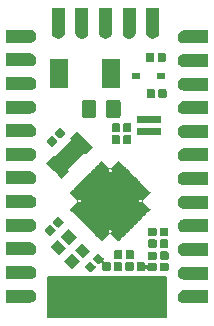
<source format=gbr>
G04 #@! TF.GenerationSoftware,KiCad,Pcbnew,(5.1.2-1)-1*
G04 #@! TF.CreationDate,2020-12-18T00:06:06+00:00*
G04 #@! TF.ProjectId,ESPV-BUG,45535056-2d42-4554-972e-6b696361645f,rev?*
G04 #@! TF.SameCoordinates,Original*
G04 #@! TF.FileFunction,Soldermask,Top*
G04 #@! TF.FilePolarity,Negative*
%FSLAX46Y46*%
G04 Gerber Fmt 4.6, Leading zero omitted, Abs format (unit mm)*
G04 Created by KiCad (PCBNEW (5.1.2-1)-1) date 2020-12-18 00:06:06*
%MOMM*%
%LPD*%
G04 APERTURE LIST*
%ADD10C,0.150000*%
%ADD11C,0.100000*%
G04 APERTURE END LIST*
D10*
G36*
X166100000Y-91150000D02*
G01*
X176100000Y-91150000D01*
X176100000Y-87700000D01*
X166100000Y-87700000D01*
X166100000Y-91150000D01*
G37*
X166100000Y-91150000D02*
X176100000Y-91150000D01*
X176100000Y-87700000D01*
X166100000Y-87700000D01*
X166100000Y-91150000D01*
D11*
G36*
X175801000Y-90576000D02*
G01*
X172199000Y-90576000D01*
X172199000Y-89124000D01*
X175801000Y-89124000D01*
X175801000Y-90576000D01*
X175801000Y-90576000D01*
G37*
G36*
X167101000Y-90576000D02*
G01*
X166199000Y-90576000D01*
X166199000Y-89124000D01*
X167101000Y-89124000D01*
X167101000Y-90576000D01*
X167101000Y-90576000D01*
G37*
G36*
X179651000Y-89951000D02*
G01*
X177494298Y-89951000D01*
X177493447Y-89950302D01*
X177471836Y-89938751D01*
X177448390Y-89931638D01*
X177439278Y-89929825D01*
X177339005Y-89888291D01*
X177264173Y-89838290D01*
X177248758Y-89827990D01*
X177172010Y-89751242D01*
X177111710Y-89660996D01*
X177111709Y-89660995D01*
X177070174Y-89560721D01*
X177049000Y-89454270D01*
X177049000Y-89345730D01*
X177070174Y-89239279D01*
X177111709Y-89139005D01*
X177172009Y-89048760D01*
X177172010Y-89048758D01*
X177248758Y-88972010D01*
X177339004Y-88911710D01*
X177339005Y-88911709D01*
X177439278Y-88870175D01*
X177448390Y-88868362D01*
X177471838Y-88861248D01*
X177493449Y-88849696D01*
X177494297Y-88849000D01*
X179651000Y-88849000D01*
X179651000Y-89951000D01*
X179651000Y-89951000D01*
G37*
G36*
X164656553Y-88799698D02*
G01*
X164678164Y-88811249D01*
X164701610Y-88818362D01*
X164710722Y-88820175D01*
X164810995Y-88861709D01*
X164823665Y-88870175D01*
X164901242Y-88922010D01*
X164977990Y-88998758D01*
X164977991Y-88998760D01*
X165038291Y-89089005D01*
X165079826Y-89189279D01*
X165101000Y-89295730D01*
X165101000Y-89404270D01*
X165079826Y-89510721D01*
X165038291Y-89610995D01*
X165038290Y-89610996D01*
X164977990Y-89701242D01*
X164901242Y-89777990D01*
X164855812Y-89808345D01*
X164810995Y-89838291D01*
X164710722Y-89879825D01*
X164701610Y-89881638D01*
X164678162Y-89888752D01*
X164656551Y-89900304D01*
X164655703Y-89901000D01*
X162499000Y-89901000D01*
X162499000Y-88799000D01*
X164655702Y-88799000D01*
X164656553Y-88799698D01*
X164656553Y-88799698D01*
G37*
G36*
X179651000Y-87951000D02*
G01*
X177494298Y-87951000D01*
X177493447Y-87950302D01*
X177471836Y-87938751D01*
X177448390Y-87931638D01*
X177439278Y-87929825D01*
X177339005Y-87888291D01*
X177264173Y-87838290D01*
X177248758Y-87827990D01*
X177172010Y-87751242D01*
X177111710Y-87660996D01*
X177111709Y-87660995D01*
X177070174Y-87560721D01*
X177049000Y-87454270D01*
X177049000Y-87345730D01*
X177070174Y-87239279D01*
X177111709Y-87139005D01*
X177149965Y-87081751D01*
X177172010Y-87048758D01*
X177248758Y-86972010D01*
X177339004Y-86911710D01*
X177339005Y-86911709D01*
X177439278Y-86870175D01*
X177448390Y-86868362D01*
X177471838Y-86861248D01*
X177493449Y-86849696D01*
X177494297Y-86849000D01*
X179651000Y-86849000D01*
X179651000Y-87951000D01*
X179651000Y-87951000D01*
G37*
G36*
X164656553Y-86799698D02*
G01*
X164678164Y-86811249D01*
X164701610Y-86818362D01*
X164710722Y-86820175D01*
X164810995Y-86861709D01*
X164823135Y-86869821D01*
X164901242Y-86922010D01*
X164977990Y-86998758D01*
X164977991Y-86998760D01*
X165038291Y-87089005D01*
X165079826Y-87189279D01*
X165101000Y-87295730D01*
X165101000Y-87404270D01*
X165079826Y-87510721D01*
X165038291Y-87610995D01*
X165038290Y-87610996D01*
X164977990Y-87701242D01*
X164901242Y-87777990D01*
X164855812Y-87808345D01*
X164810995Y-87838291D01*
X164710722Y-87879825D01*
X164701610Y-87881638D01*
X164678162Y-87888752D01*
X164656551Y-87900304D01*
X164655703Y-87901000D01*
X162499000Y-87901000D01*
X162499000Y-86799000D01*
X164655702Y-86799000D01*
X164656553Y-86799698D01*
X164656553Y-86799698D01*
G37*
G36*
X169667866Y-86427385D02*
G01*
X169688485Y-86433640D01*
X169707481Y-86443793D01*
X169728902Y-86461373D01*
X170088627Y-86821098D01*
X170106207Y-86842519D01*
X170116360Y-86861515D01*
X170122615Y-86882134D01*
X170124726Y-86903572D01*
X170122615Y-86925010D01*
X170116360Y-86945629D01*
X170106207Y-86964625D01*
X170088627Y-86986046D01*
X169764258Y-87310415D01*
X169742837Y-87327995D01*
X169723841Y-87338148D01*
X169703222Y-87344403D01*
X169681784Y-87346514D01*
X169660346Y-87344403D01*
X169639727Y-87338148D01*
X169620731Y-87327995D01*
X169599310Y-87310415D01*
X169239585Y-86950690D01*
X169222005Y-86929269D01*
X169211852Y-86910273D01*
X169205597Y-86889654D01*
X169203486Y-86868216D01*
X169205597Y-86846778D01*
X169211852Y-86826159D01*
X169222005Y-86807163D01*
X169239585Y-86785742D01*
X169563954Y-86461373D01*
X169585375Y-86443793D01*
X169604371Y-86433640D01*
X169624990Y-86427385D01*
X169646428Y-86425274D01*
X169667866Y-86427385D01*
X169667866Y-86427385D01*
G37*
G36*
X174206938Y-86481716D02*
G01*
X174227557Y-86487971D01*
X174246553Y-86498124D01*
X174263208Y-86511792D01*
X174276876Y-86528447D01*
X174287029Y-86547443D01*
X174293284Y-86568062D01*
X174295705Y-86592645D01*
X174300485Y-86616679D01*
X174309862Y-86639317D01*
X174323476Y-86659692D01*
X174340803Y-86677019D01*
X174361177Y-86690633D01*
X174383816Y-86700010D01*
X174407849Y-86704791D01*
X174432353Y-86704791D01*
X174456387Y-86700011D01*
X174479025Y-86690634D01*
X174499400Y-86677020D01*
X174516727Y-86659693D01*
X174530341Y-86639319D01*
X174535130Y-86627756D01*
X174548124Y-86603447D01*
X174561792Y-86586792D01*
X174578447Y-86573124D01*
X174597443Y-86562971D01*
X174618062Y-86556716D01*
X174645640Y-86554000D01*
X175154360Y-86554000D01*
X175181938Y-86556716D01*
X175202557Y-86562971D01*
X175221553Y-86573124D01*
X175238208Y-86586792D01*
X175251876Y-86603447D01*
X175262029Y-86622443D01*
X175268284Y-86643062D01*
X175271000Y-86670640D01*
X175271000Y-87129360D01*
X175268284Y-87156938D01*
X175262029Y-87177557D01*
X175251876Y-87196553D01*
X175238208Y-87213208D01*
X175221553Y-87226876D01*
X175202557Y-87237029D01*
X175181938Y-87243284D01*
X175154360Y-87246000D01*
X174645640Y-87246000D01*
X174618062Y-87243284D01*
X174597443Y-87237029D01*
X174578447Y-87226876D01*
X174561792Y-87213208D01*
X174548124Y-87196553D01*
X174537971Y-87177557D01*
X174528325Y-87145760D01*
X174518947Y-87123121D01*
X174505333Y-87102746D01*
X174488006Y-87085419D01*
X174467632Y-87071806D01*
X174444993Y-87062428D01*
X174420960Y-87057648D01*
X174396456Y-87057648D01*
X174372423Y-87062428D01*
X174349784Y-87071806D01*
X174329409Y-87085420D01*
X174312082Y-87102747D01*
X174298469Y-87123121D01*
X174289091Y-87145761D01*
X174287030Y-87152556D01*
X174276876Y-87171553D01*
X174263208Y-87188208D01*
X174246553Y-87201876D01*
X174227557Y-87212029D01*
X174206938Y-87218284D01*
X174179360Y-87221000D01*
X173720640Y-87221000D01*
X173693062Y-87218284D01*
X173672443Y-87212029D01*
X173653447Y-87201876D01*
X173636792Y-87188208D01*
X173623124Y-87171553D01*
X173612971Y-87152557D01*
X173606716Y-87131938D01*
X173604000Y-87104360D01*
X173604000Y-86595640D01*
X173606716Y-86568062D01*
X173612971Y-86547443D01*
X173623124Y-86528447D01*
X173636792Y-86511792D01*
X173653447Y-86498124D01*
X173672443Y-86487971D01*
X173693062Y-86481716D01*
X173720640Y-86479000D01*
X174179360Y-86479000D01*
X174206938Y-86481716D01*
X174206938Y-86481716D01*
G37*
G36*
X176196938Y-86541716D02*
G01*
X176217557Y-86547971D01*
X176236553Y-86558124D01*
X176253208Y-86571792D01*
X176266876Y-86588447D01*
X176277029Y-86607443D01*
X176283284Y-86628062D01*
X176286000Y-86655640D01*
X176286000Y-87114360D01*
X176283284Y-87141938D01*
X176277029Y-87162557D01*
X176266876Y-87181553D01*
X176253208Y-87198208D01*
X176236553Y-87211876D01*
X176217557Y-87222029D01*
X176196938Y-87228284D01*
X176169360Y-87231000D01*
X175660640Y-87231000D01*
X175633062Y-87228284D01*
X175612443Y-87222029D01*
X175593447Y-87211876D01*
X175576792Y-87198208D01*
X175563124Y-87181553D01*
X175552971Y-87162557D01*
X175546716Y-87141938D01*
X175544000Y-87114360D01*
X175544000Y-86655640D01*
X175546716Y-86628062D01*
X175552971Y-86607443D01*
X175563124Y-86588447D01*
X175576792Y-86571792D01*
X175593447Y-86558124D01*
X175612443Y-86547971D01*
X175633062Y-86541716D01*
X175660640Y-86539000D01*
X176169360Y-86539000D01*
X176196938Y-86541716D01*
X176196938Y-86541716D01*
G37*
G36*
X170353760Y-85741491D02*
G01*
X170374379Y-85747746D01*
X170393375Y-85757899D01*
X170414796Y-85775479D01*
X170774521Y-86135204D01*
X170792101Y-86156625D01*
X170802254Y-86175621D01*
X170808509Y-86196240D01*
X170810620Y-86217678D01*
X170808509Y-86239116D01*
X170802254Y-86259735D01*
X170789644Y-86283327D01*
X170781792Y-86295078D01*
X170772415Y-86317717D01*
X170767635Y-86341750D01*
X170767635Y-86366254D01*
X170772416Y-86390287D01*
X170781793Y-86412926D01*
X170795407Y-86433300D01*
X170812734Y-86450627D01*
X170833109Y-86464241D01*
X170855748Y-86473618D01*
X170892032Y-86479000D01*
X171259360Y-86479000D01*
X171286938Y-86481716D01*
X171307557Y-86487971D01*
X171326553Y-86498124D01*
X171343208Y-86511792D01*
X171356876Y-86528447D01*
X171367029Y-86547443D01*
X171373284Y-86568062D01*
X171376000Y-86595640D01*
X171376000Y-87104360D01*
X171373284Y-87131938D01*
X171367029Y-87152557D01*
X171356876Y-87171553D01*
X171343208Y-87188208D01*
X171326553Y-87201876D01*
X171307557Y-87212029D01*
X171286938Y-87218284D01*
X171259360Y-87221000D01*
X170800640Y-87221000D01*
X170773062Y-87218284D01*
X170752443Y-87212029D01*
X170733447Y-87201876D01*
X170716792Y-87188208D01*
X170703124Y-87171553D01*
X170692971Y-87152557D01*
X170686716Y-87131938D01*
X170684000Y-87104360D01*
X170684000Y-86692448D01*
X170681598Y-86668062D01*
X170674485Y-86644613D01*
X170662934Y-86623002D01*
X170647389Y-86604060D01*
X170628447Y-86588515D01*
X170606836Y-86576964D01*
X170583387Y-86569851D01*
X170559001Y-86567449D01*
X170534615Y-86569851D01*
X170511166Y-86576964D01*
X170489555Y-86588515D01*
X170470613Y-86604060D01*
X170450152Y-86624521D01*
X170428731Y-86642101D01*
X170409735Y-86652254D01*
X170389116Y-86658509D01*
X170367678Y-86660620D01*
X170346240Y-86658509D01*
X170325621Y-86652254D01*
X170306625Y-86642101D01*
X170285204Y-86624521D01*
X169925479Y-86264796D01*
X169907899Y-86243375D01*
X169897746Y-86224379D01*
X169891491Y-86203760D01*
X169889380Y-86182322D01*
X169891491Y-86160884D01*
X169897746Y-86140265D01*
X169907899Y-86121269D01*
X169925479Y-86099848D01*
X170249848Y-85775479D01*
X170271269Y-85757899D01*
X170290265Y-85747746D01*
X170310884Y-85741491D01*
X170332322Y-85739380D01*
X170353760Y-85741491D01*
X170353760Y-85741491D01*
G37*
G36*
X172256938Y-86481716D02*
G01*
X172277557Y-86487971D01*
X172296553Y-86498124D01*
X172313208Y-86511792D01*
X172326876Y-86528447D01*
X172337029Y-86547443D01*
X172343284Y-86568062D01*
X172346000Y-86595640D01*
X172346000Y-87104360D01*
X172343284Y-87131938D01*
X172337029Y-87152557D01*
X172326876Y-87171553D01*
X172313208Y-87188208D01*
X172296553Y-87201876D01*
X172277557Y-87212029D01*
X172256938Y-87218284D01*
X172229360Y-87221000D01*
X171770640Y-87221000D01*
X171743062Y-87218284D01*
X171722443Y-87212029D01*
X171703447Y-87201876D01*
X171686792Y-87188208D01*
X171673124Y-87171553D01*
X171662971Y-87152557D01*
X171656716Y-87131938D01*
X171654000Y-87104360D01*
X171654000Y-86595640D01*
X171656716Y-86568062D01*
X171662971Y-86547443D01*
X171673124Y-86528447D01*
X171686792Y-86511792D01*
X171703447Y-86498124D01*
X171722443Y-86487971D01*
X171743062Y-86481716D01*
X171770640Y-86479000D01*
X172229360Y-86479000D01*
X172256938Y-86481716D01*
X172256938Y-86481716D01*
G37*
G36*
X173236938Y-86481716D02*
G01*
X173257557Y-86487971D01*
X173276553Y-86498124D01*
X173293208Y-86511792D01*
X173306876Y-86528447D01*
X173317029Y-86547443D01*
X173323284Y-86568062D01*
X173326000Y-86595640D01*
X173326000Y-87104360D01*
X173323284Y-87131938D01*
X173317029Y-87152557D01*
X173306876Y-87171553D01*
X173293208Y-87188208D01*
X173276553Y-87201876D01*
X173257557Y-87212029D01*
X173236938Y-87218284D01*
X173209360Y-87221000D01*
X172750640Y-87221000D01*
X172723062Y-87218284D01*
X172702443Y-87212029D01*
X172683447Y-87201876D01*
X172666792Y-87188208D01*
X172653124Y-87171553D01*
X172642971Y-87152557D01*
X172636716Y-87131938D01*
X172634000Y-87104360D01*
X172634000Y-86595640D01*
X172636716Y-86568062D01*
X172642971Y-86547443D01*
X172653124Y-86528447D01*
X172666792Y-86511792D01*
X172683447Y-86498124D01*
X172702443Y-86487971D01*
X172723062Y-86481716D01*
X172750640Y-86479000D01*
X173209360Y-86479000D01*
X173236938Y-86481716D01*
X173236938Y-86481716D01*
G37*
G36*
X168789587Y-86435660D02*
G01*
X168151776Y-87073471D01*
X167443255Y-86364950D01*
X168081066Y-85727139D01*
X168789587Y-86435660D01*
X168789587Y-86435660D01*
G37*
G36*
X175181938Y-85586716D02*
G01*
X175202557Y-85592971D01*
X175221553Y-85603124D01*
X175238208Y-85616792D01*
X175251876Y-85633447D01*
X175262029Y-85652443D01*
X175268284Y-85673062D01*
X175271000Y-85700640D01*
X175271000Y-86159360D01*
X175268284Y-86186938D01*
X175262029Y-86207557D01*
X175251876Y-86226553D01*
X175238208Y-86243208D01*
X175221553Y-86256876D01*
X175202557Y-86267029D01*
X175181938Y-86273284D01*
X175154360Y-86276000D01*
X174645640Y-86276000D01*
X174618062Y-86273284D01*
X174597443Y-86267029D01*
X174578447Y-86256876D01*
X174561792Y-86243208D01*
X174548124Y-86226553D01*
X174537971Y-86207557D01*
X174531716Y-86186938D01*
X174529000Y-86159360D01*
X174529000Y-85700640D01*
X174531716Y-85673062D01*
X174537971Y-85652443D01*
X174548124Y-85633447D01*
X174561792Y-85616792D01*
X174578447Y-85603124D01*
X174597443Y-85592971D01*
X174618062Y-85586716D01*
X174645640Y-85584000D01*
X175154360Y-85584000D01*
X175181938Y-85586716D01*
X175181938Y-85586716D01*
G37*
G36*
X176196938Y-85571716D02*
G01*
X176217557Y-85577971D01*
X176236553Y-85588124D01*
X176253208Y-85601792D01*
X176266876Y-85618447D01*
X176277029Y-85637443D01*
X176283284Y-85658062D01*
X176286000Y-85685640D01*
X176286000Y-86144360D01*
X176283284Y-86171938D01*
X176277029Y-86192557D01*
X176266876Y-86211553D01*
X176253208Y-86228208D01*
X176236553Y-86241876D01*
X176217557Y-86252029D01*
X176196938Y-86258284D01*
X176169360Y-86261000D01*
X175660640Y-86261000D01*
X175633062Y-86258284D01*
X175612443Y-86252029D01*
X175593447Y-86241876D01*
X175576792Y-86228208D01*
X175563124Y-86211553D01*
X175552971Y-86192557D01*
X175546716Y-86171938D01*
X175544000Y-86144360D01*
X175544000Y-85685640D01*
X175546716Y-85658062D01*
X175552971Y-85637443D01*
X175563124Y-85618447D01*
X175576792Y-85601792D01*
X175593447Y-85588124D01*
X175612443Y-85577971D01*
X175633062Y-85571716D01*
X175660640Y-85569000D01*
X176169360Y-85569000D01*
X176196938Y-85571716D01*
X176196938Y-85571716D01*
G37*
G36*
X173256938Y-85481716D02*
G01*
X173277557Y-85487971D01*
X173296553Y-85498124D01*
X173313208Y-85511792D01*
X173326876Y-85528447D01*
X173337029Y-85547443D01*
X173343284Y-85568062D01*
X173346000Y-85595640D01*
X173346000Y-86104360D01*
X173343284Y-86131938D01*
X173337029Y-86152557D01*
X173326876Y-86171553D01*
X173313208Y-86188208D01*
X173296553Y-86201876D01*
X173277557Y-86212029D01*
X173256938Y-86218284D01*
X173229360Y-86221000D01*
X172770640Y-86221000D01*
X172743062Y-86218284D01*
X172722443Y-86212029D01*
X172703447Y-86201876D01*
X172686792Y-86188208D01*
X172673124Y-86171553D01*
X172662971Y-86152557D01*
X172656716Y-86131938D01*
X172654000Y-86104360D01*
X172654000Y-85595640D01*
X172656716Y-85568062D01*
X172662971Y-85547443D01*
X172673124Y-85528447D01*
X172686792Y-85511792D01*
X172703447Y-85498124D01*
X172722443Y-85487971D01*
X172743062Y-85481716D01*
X172770640Y-85479000D01*
X173229360Y-85479000D01*
X173256938Y-85481716D01*
X173256938Y-85481716D01*
G37*
G36*
X172286938Y-85481716D02*
G01*
X172307557Y-85487971D01*
X172326553Y-85498124D01*
X172343208Y-85511792D01*
X172356876Y-85528447D01*
X172367029Y-85547443D01*
X172373284Y-85568062D01*
X172376000Y-85595640D01*
X172376000Y-86104360D01*
X172373284Y-86131938D01*
X172367029Y-86152557D01*
X172356876Y-86171553D01*
X172343208Y-86188208D01*
X172326553Y-86201876D01*
X172307557Y-86212029D01*
X172286938Y-86218284D01*
X172259360Y-86221000D01*
X171800640Y-86221000D01*
X171773062Y-86218284D01*
X171752443Y-86212029D01*
X171733447Y-86201876D01*
X171716792Y-86188208D01*
X171703124Y-86171553D01*
X171692971Y-86152557D01*
X171686716Y-86131938D01*
X171684000Y-86104360D01*
X171684000Y-85595640D01*
X171686716Y-85568062D01*
X171692971Y-85547443D01*
X171703124Y-85528447D01*
X171716792Y-85511792D01*
X171733447Y-85498124D01*
X171752443Y-85487971D01*
X171773062Y-85481716D01*
X171800640Y-85479000D01*
X172259360Y-85479000D01*
X172286938Y-85481716D01*
X172286938Y-85481716D01*
G37*
G36*
X169673471Y-85551776D02*
G01*
X169035660Y-86189587D01*
X168327139Y-85481066D01*
X168964950Y-84843255D01*
X169673471Y-85551776D01*
X169673471Y-85551776D01*
G37*
G36*
X179651000Y-85951000D02*
G01*
X177494298Y-85951000D01*
X177493447Y-85950302D01*
X177471836Y-85938751D01*
X177448390Y-85931638D01*
X177439278Y-85929825D01*
X177339005Y-85888291D01*
X177264173Y-85838290D01*
X177248758Y-85827990D01*
X177172010Y-85751242D01*
X177138199Y-85700640D01*
X177111709Y-85660995D01*
X177070174Y-85560721D01*
X177049000Y-85454270D01*
X177049000Y-85345730D01*
X177070174Y-85239279D01*
X177111709Y-85139005D01*
X177172009Y-85048760D01*
X177172010Y-85048758D01*
X177248758Y-84972010D01*
X177339004Y-84911710D01*
X177339005Y-84911709D01*
X177439278Y-84870175D01*
X177448390Y-84868362D01*
X177471838Y-84861248D01*
X177493449Y-84849696D01*
X177494297Y-84849000D01*
X179651000Y-84849000D01*
X179651000Y-85951000D01*
X179651000Y-85951000D01*
G37*
G36*
X167622861Y-85268934D02*
G01*
X166985050Y-85906745D01*
X166276529Y-85198224D01*
X166914340Y-84560413D01*
X167622861Y-85268934D01*
X167622861Y-85268934D01*
G37*
G36*
X164656553Y-84799698D02*
G01*
X164678164Y-84811249D01*
X164701610Y-84818362D01*
X164710722Y-84820175D01*
X164810995Y-84861709D01*
X164823665Y-84870175D01*
X164901242Y-84922010D01*
X164977990Y-84998758D01*
X164977991Y-84998760D01*
X165038291Y-85089005D01*
X165079826Y-85189279D01*
X165101000Y-85295730D01*
X165101000Y-85404270D01*
X165079826Y-85510721D01*
X165038291Y-85610995D01*
X165032494Y-85619671D01*
X164977990Y-85701242D01*
X164901242Y-85777990D01*
X164877552Y-85793819D01*
X164810995Y-85838291D01*
X164710722Y-85879825D01*
X164701610Y-85881638D01*
X164678162Y-85888752D01*
X164656551Y-85900304D01*
X164655703Y-85901000D01*
X162499000Y-85901000D01*
X162499000Y-84799000D01*
X164655702Y-84799000D01*
X164656553Y-84799698D01*
X164656553Y-84799698D01*
G37*
G36*
X175181938Y-84556716D02*
G01*
X175202557Y-84562971D01*
X175221553Y-84573124D01*
X175238208Y-84586792D01*
X175251876Y-84603447D01*
X175262029Y-84622443D01*
X175268284Y-84643062D01*
X175271000Y-84670640D01*
X175271000Y-85129360D01*
X175268284Y-85156938D01*
X175262029Y-85177557D01*
X175251876Y-85196553D01*
X175238208Y-85213208D01*
X175221553Y-85226876D01*
X175202557Y-85237029D01*
X175181938Y-85243284D01*
X175154360Y-85246000D01*
X174645640Y-85246000D01*
X174618062Y-85243284D01*
X174597443Y-85237029D01*
X174578447Y-85226876D01*
X174561792Y-85213208D01*
X174548124Y-85196553D01*
X174537971Y-85177557D01*
X174531716Y-85156938D01*
X174529000Y-85129360D01*
X174529000Y-84670640D01*
X174531716Y-84643062D01*
X174537971Y-84622443D01*
X174548124Y-84603447D01*
X174561792Y-84586792D01*
X174578447Y-84573124D01*
X174597443Y-84562971D01*
X174618062Y-84556716D01*
X174645640Y-84554000D01*
X175154360Y-84554000D01*
X175181938Y-84556716D01*
X175181938Y-84556716D01*
G37*
G36*
X176181938Y-84556716D02*
G01*
X176202557Y-84562971D01*
X176221553Y-84573124D01*
X176238208Y-84586792D01*
X176251876Y-84603447D01*
X176262029Y-84622443D01*
X176268284Y-84643062D01*
X176271000Y-84670640D01*
X176271000Y-85129360D01*
X176268284Y-85156938D01*
X176262029Y-85177557D01*
X176251876Y-85196553D01*
X176238208Y-85213208D01*
X176221553Y-85226876D01*
X176202557Y-85237029D01*
X176181938Y-85243284D01*
X176154360Y-85246000D01*
X175645640Y-85246000D01*
X175618062Y-85243284D01*
X175597443Y-85237029D01*
X175578447Y-85226876D01*
X175561792Y-85213208D01*
X175548124Y-85196553D01*
X175537971Y-85177557D01*
X175531716Y-85156938D01*
X175529000Y-85129360D01*
X175529000Y-84670640D01*
X175531716Y-84643062D01*
X175537971Y-84622443D01*
X175548124Y-84603447D01*
X175561792Y-84586792D01*
X175578447Y-84573124D01*
X175597443Y-84562971D01*
X175618062Y-84556716D01*
X175645640Y-84554000D01*
X176154360Y-84554000D01*
X176181938Y-84556716D01*
X176181938Y-84556716D01*
G37*
G36*
X168506745Y-84385050D02*
G01*
X167868934Y-85022861D01*
X167160413Y-84314340D01*
X167798224Y-83676529D01*
X168506745Y-84385050D01*
X168506745Y-84385050D01*
G37*
G36*
X172061962Y-77880763D02*
G01*
X172066636Y-77882181D01*
X172070938Y-77884480D01*
X172079477Y-77891488D01*
X172283638Y-78095649D01*
X172290646Y-78104188D01*
X172292945Y-78108490D01*
X172294363Y-78113164D01*
X172295171Y-78121367D01*
X172299952Y-78145400D01*
X172309330Y-78168039D01*
X172322944Y-78188413D01*
X172340272Y-78205739D01*
X172360646Y-78219353D01*
X172383285Y-78228729D01*
X172407313Y-78233509D01*
X172415515Y-78234317D01*
X172420189Y-78235735D01*
X172424491Y-78238034D01*
X172433030Y-78245042D01*
X172637191Y-78449203D01*
X172644199Y-78457742D01*
X172646498Y-78462044D01*
X172647916Y-78466718D01*
X172648724Y-78474920D01*
X172653505Y-78498954D01*
X172662883Y-78521592D01*
X172676498Y-78541966D01*
X172693825Y-78559293D01*
X172714200Y-78572906D01*
X172736839Y-78582283D01*
X172760866Y-78587062D01*
X172769069Y-78587870D01*
X172773743Y-78589288D01*
X172778045Y-78591587D01*
X172786584Y-78598595D01*
X172990745Y-78802756D01*
X172997753Y-78811295D01*
X173000052Y-78815597D01*
X173001470Y-78820271D01*
X173002278Y-78828474D01*
X173007059Y-78852507D01*
X173016437Y-78875146D01*
X173030051Y-78895520D01*
X173047379Y-78912846D01*
X173067753Y-78926460D01*
X173090392Y-78935836D01*
X173114420Y-78940616D01*
X173122622Y-78941424D01*
X173127296Y-78942842D01*
X173131598Y-78945141D01*
X173140137Y-78952149D01*
X173344298Y-79156310D01*
X173351306Y-79164849D01*
X173353605Y-79169151D01*
X173355023Y-79173825D01*
X173355831Y-79182027D01*
X173360612Y-79206061D01*
X173369990Y-79228699D01*
X173383605Y-79249073D01*
X173400932Y-79266400D01*
X173421307Y-79280013D01*
X173443946Y-79289390D01*
X173467973Y-79294169D01*
X173476175Y-79294977D01*
X173480849Y-79296395D01*
X173485151Y-79298694D01*
X173493690Y-79305702D01*
X173697851Y-79509863D01*
X173704859Y-79518402D01*
X173707158Y-79522704D01*
X173708576Y-79527378D01*
X173709384Y-79535580D01*
X173714165Y-79559614D01*
X173723543Y-79582252D01*
X173737158Y-79602626D01*
X173754485Y-79619953D01*
X173774860Y-79633566D01*
X173797499Y-79642943D01*
X173821526Y-79647722D01*
X173829729Y-79648530D01*
X173834403Y-79649948D01*
X173838705Y-79652247D01*
X173847244Y-79659255D01*
X174051405Y-79863416D01*
X174058413Y-79871955D01*
X174060712Y-79876257D01*
X174062130Y-79880931D01*
X174062938Y-79889134D01*
X174067719Y-79913167D01*
X174077097Y-79935806D01*
X174090711Y-79956180D01*
X174108039Y-79973506D01*
X174128413Y-79987120D01*
X174151052Y-79996496D01*
X174175080Y-80001276D01*
X174183282Y-80002084D01*
X174187956Y-80003502D01*
X174192258Y-80005801D01*
X174200797Y-80012809D01*
X174404958Y-80216970D01*
X174411966Y-80225509D01*
X174414265Y-80229811D01*
X174415683Y-80234485D01*
X174416491Y-80242687D01*
X174421272Y-80266721D01*
X174430650Y-80289359D01*
X174444265Y-80309733D01*
X174461592Y-80327060D01*
X174481967Y-80340673D01*
X174504606Y-80350050D01*
X174528633Y-80354829D01*
X174536836Y-80355637D01*
X174541510Y-80357055D01*
X174545812Y-80359354D01*
X174554351Y-80366362D01*
X174758512Y-80570523D01*
X174765520Y-80579062D01*
X174767819Y-80583364D01*
X174769237Y-80588038D01*
X174769715Y-80592893D01*
X174769237Y-80597748D01*
X174767819Y-80602422D01*
X174765520Y-80606724D01*
X174758512Y-80615263D01*
X174162163Y-81211612D01*
X174146618Y-81230554D01*
X174135067Y-81252165D01*
X174127954Y-81275614D01*
X174125552Y-81300000D01*
X174127954Y-81324386D01*
X174135067Y-81347835D01*
X174146618Y-81369446D01*
X174162163Y-81388388D01*
X174758512Y-81984737D01*
X174765520Y-81993276D01*
X174767819Y-81997578D01*
X174769237Y-82002252D01*
X174769715Y-82007107D01*
X174769237Y-82011962D01*
X174767819Y-82016636D01*
X174765520Y-82020938D01*
X174758512Y-82029477D01*
X174554351Y-82233638D01*
X174545812Y-82240646D01*
X174541510Y-82242945D01*
X174536836Y-82244363D01*
X174528633Y-82245171D01*
X174504600Y-82249952D01*
X174481961Y-82259330D01*
X174461587Y-82272944D01*
X174444261Y-82290272D01*
X174430647Y-82310646D01*
X174421271Y-82333285D01*
X174416491Y-82357313D01*
X174415683Y-82365515D01*
X174414265Y-82370189D01*
X174411966Y-82374491D01*
X174404958Y-82383030D01*
X174200797Y-82587191D01*
X174192258Y-82594199D01*
X174187956Y-82596498D01*
X174183282Y-82597916D01*
X174175080Y-82598724D01*
X174151046Y-82603505D01*
X174128408Y-82612883D01*
X174108034Y-82626498D01*
X174090707Y-82643825D01*
X174077094Y-82664200D01*
X174067717Y-82686839D01*
X174062938Y-82710866D01*
X174062130Y-82719069D01*
X174060712Y-82723743D01*
X174058413Y-82728045D01*
X174051405Y-82736584D01*
X173847244Y-82940745D01*
X173838705Y-82947753D01*
X173834403Y-82950052D01*
X173829729Y-82951470D01*
X173821526Y-82952278D01*
X173797493Y-82957059D01*
X173774854Y-82966437D01*
X173754480Y-82980051D01*
X173737154Y-82997379D01*
X173723540Y-83017753D01*
X173714164Y-83040392D01*
X173709384Y-83064420D01*
X173708576Y-83072622D01*
X173707158Y-83077296D01*
X173704859Y-83081598D01*
X173697851Y-83090137D01*
X173493690Y-83294298D01*
X173485151Y-83301306D01*
X173480849Y-83303605D01*
X173476175Y-83305023D01*
X173467973Y-83305831D01*
X173443939Y-83310612D01*
X173421301Y-83319990D01*
X173400927Y-83333605D01*
X173383600Y-83350932D01*
X173369987Y-83371307D01*
X173360610Y-83393946D01*
X173355831Y-83417973D01*
X173355023Y-83426175D01*
X173353605Y-83430849D01*
X173351306Y-83435151D01*
X173344298Y-83443690D01*
X173140137Y-83647851D01*
X173131598Y-83654859D01*
X173127296Y-83657158D01*
X173122622Y-83658576D01*
X173114420Y-83659384D01*
X173090386Y-83664165D01*
X173067748Y-83673543D01*
X173047374Y-83687158D01*
X173030047Y-83704485D01*
X173016434Y-83724860D01*
X173007057Y-83747499D01*
X173002278Y-83771526D01*
X173001470Y-83779729D01*
X173000052Y-83784403D01*
X172997753Y-83788705D01*
X172990745Y-83797244D01*
X172786584Y-84001405D01*
X172778045Y-84008413D01*
X172773743Y-84010712D01*
X172769069Y-84012130D01*
X172760866Y-84012938D01*
X172736833Y-84017719D01*
X172714194Y-84027097D01*
X172693820Y-84040711D01*
X172676494Y-84058039D01*
X172662880Y-84078413D01*
X172653504Y-84101052D01*
X172648724Y-84125080D01*
X172647916Y-84133282D01*
X172646498Y-84137956D01*
X172644199Y-84142258D01*
X172637191Y-84150797D01*
X172433030Y-84354958D01*
X172424491Y-84361966D01*
X172420189Y-84364265D01*
X172415515Y-84365683D01*
X172407313Y-84366491D01*
X172383279Y-84371272D01*
X172360641Y-84380650D01*
X172340267Y-84394265D01*
X172322940Y-84411592D01*
X172309327Y-84431967D01*
X172299950Y-84454606D01*
X172295171Y-84478633D01*
X172294363Y-84486836D01*
X172292945Y-84491510D01*
X172290646Y-84495812D01*
X172283638Y-84504351D01*
X172079477Y-84708512D01*
X172070938Y-84715520D01*
X172066636Y-84717819D01*
X172061962Y-84719237D01*
X172057107Y-84719715D01*
X172052252Y-84719237D01*
X172047578Y-84717819D01*
X172043276Y-84715520D01*
X172034737Y-84708512D01*
X171438388Y-84112163D01*
X171419446Y-84096618D01*
X171397835Y-84085067D01*
X171374386Y-84077954D01*
X171350000Y-84075552D01*
X171325614Y-84077954D01*
X171302165Y-84085067D01*
X171280554Y-84096618D01*
X171261612Y-84112163D01*
X170665263Y-84708512D01*
X170656724Y-84715520D01*
X170652422Y-84717819D01*
X170647748Y-84719237D01*
X170642893Y-84719715D01*
X170638038Y-84719237D01*
X170633364Y-84717819D01*
X170629062Y-84715520D01*
X170620523Y-84708512D01*
X170416362Y-84504351D01*
X170409354Y-84495812D01*
X170407055Y-84491510D01*
X170405637Y-84486836D01*
X170404829Y-84478633D01*
X170400048Y-84454600D01*
X170390670Y-84431961D01*
X170377056Y-84411587D01*
X170359728Y-84394261D01*
X170339354Y-84380647D01*
X170316715Y-84371271D01*
X170292687Y-84366491D01*
X170284485Y-84365683D01*
X170279811Y-84364265D01*
X170275509Y-84361966D01*
X170266970Y-84354958D01*
X170062809Y-84150797D01*
X170055801Y-84142258D01*
X170053502Y-84137956D01*
X170052084Y-84133282D01*
X170051276Y-84125080D01*
X170046495Y-84101046D01*
X170037117Y-84078408D01*
X170023502Y-84058034D01*
X170006175Y-84040707D01*
X169985800Y-84027094D01*
X169963161Y-84017717D01*
X169939134Y-84012938D01*
X169930931Y-84012130D01*
X169926257Y-84010712D01*
X169921955Y-84008413D01*
X169913416Y-84001405D01*
X169773489Y-83861478D01*
X171219805Y-83861478D01*
X171219805Y-83885982D01*
X171224586Y-83910015D01*
X171233963Y-83932654D01*
X171255814Y-83962117D01*
X171261612Y-83967915D01*
X171280554Y-83983460D01*
X171302165Y-83995011D01*
X171325614Y-84002124D01*
X171350000Y-84004526D01*
X171374386Y-84002124D01*
X171397835Y-83995011D01*
X171419446Y-83983460D01*
X171438388Y-83967915D01*
X171444186Y-83962117D01*
X171459731Y-83943175D01*
X171471282Y-83921564D01*
X171478395Y-83898115D01*
X171480797Y-83873729D01*
X171478395Y-83849343D01*
X171471282Y-83825894D01*
X171459731Y-83804283D01*
X171444186Y-83785341D01*
X171425244Y-83769796D01*
X171403633Y-83758245D01*
X171380184Y-83751132D01*
X171362217Y-83750249D01*
X171362251Y-83749903D01*
X171356453Y-83749332D01*
X171331949Y-83749332D01*
X171307916Y-83754113D01*
X171285277Y-83763490D01*
X171264903Y-83777104D01*
X171247576Y-83794431D01*
X171233962Y-83814806D01*
X171224585Y-83837445D01*
X171219805Y-83861478D01*
X169773489Y-83861478D01*
X169709255Y-83797244D01*
X169702247Y-83788705D01*
X169699948Y-83784403D01*
X169698530Y-83779729D01*
X169697722Y-83771526D01*
X169692941Y-83747493D01*
X169683563Y-83724854D01*
X169669949Y-83704480D01*
X169652621Y-83687154D01*
X169632247Y-83673540D01*
X169609608Y-83664164D01*
X169585580Y-83659384D01*
X169577378Y-83658576D01*
X169572704Y-83657158D01*
X169568402Y-83654859D01*
X169559863Y-83647851D01*
X169355702Y-83443690D01*
X169348694Y-83435151D01*
X169346395Y-83430849D01*
X169344977Y-83426175D01*
X169344169Y-83417973D01*
X169339388Y-83393939D01*
X169330010Y-83371301D01*
X169316395Y-83350927D01*
X169299068Y-83333600D01*
X169278693Y-83319987D01*
X169256054Y-83310610D01*
X169232027Y-83305831D01*
X169223825Y-83305023D01*
X169219151Y-83303605D01*
X169214849Y-83301306D01*
X169206310Y-83294298D01*
X169002149Y-83090137D01*
X168995141Y-83081598D01*
X168992842Y-83077296D01*
X168991424Y-83072622D01*
X168990616Y-83064420D01*
X168985835Y-83040386D01*
X168976457Y-83017748D01*
X168962842Y-82997374D01*
X168945515Y-82980047D01*
X168925140Y-82966434D01*
X168902501Y-82957057D01*
X168878474Y-82952278D01*
X168870271Y-82951470D01*
X168865597Y-82950052D01*
X168861295Y-82947753D01*
X168852756Y-82940745D01*
X168648595Y-82736584D01*
X168641587Y-82728045D01*
X168639288Y-82723743D01*
X168637870Y-82719069D01*
X168637062Y-82710866D01*
X168632281Y-82686833D01*
X168622903Y-82664194D01*
X168609289Y-82643820D01*
X168591961Y-82626494D01*
X168571587Y-82612880D01*
X168548948Y-82603504D01*
X168524920Y-82598724D01*
X168516718Y-82597916D01*
X168512044Y-82596498D01*
X168507742Y-82594199D01*
X168499203Y-82587191D01*
X168295042Y-82383030D01*
X168288034Y-82374491D01*
X168285735Y-82370189D01*
X168284317Y-82365515D01*
X168283509Y-82357313D01*
X168278728Y-82333279D01*
X168269350Y-82310641D01*
X168255735Y-82290267D01*
X168238408Y-82272940D01*
X168218033Y-82259327D01*
X168195394Y-82249950D01*
X168171367Y-82245171D01*
X168163164Y-82244363D01*
X168158490Y-82242945D01*
X168154188Y-82240646D01*
X168145649Y-82233638D01*
X167941488Y-82029477D01*
X167934480Y-82020938D01*
X167932181Y-82016636D01*
X167930763Y-82011962D01*
X167930285Y-82007107D01*
X167930763Y-82002252D01*
X167932181Y-81997578D01*
X167934480Y-81993276D01*
X167941488Y-81984737D01*
X168537837Y-81388388D01*
X168553382Y-81369446D01*
X168564933Y-81347835D01*
X168572046Y-81324386D01*
X168574448Y-81300000D01*
X168645474Y-81300000D01*
X168647876Y-81324386D01*
X168654989Y-81347835D01*
X168666540Y-81369446D01*
X168682085Y-81388388D01*
X168687883Y-81394186D01*
X168706825Y-81409731D01*
X168728436Y-81421282D01*
X168751885Y-81428395D01*
X168776271Y-81430797D01*
X168800657Y-81428395D01*
X168824106Y-81421282D01*
X168845717Y-81409731D01*
X168864659Y-81394186D01*
X168880204Y-81375244D01*
X168891755Y-81353633D01*
X168898868Y-81330184D01*
X168899751Y-81312217D01*
X168900097Y-81312251D01*
X168900668Y-81306453D01*
X168900668Y-81293547D01*
X173799332Y-81293547D01*
X173799332Y-81318051D01*
X173804113Y-81342084D01*
X173813490Y-81364723D01*
X173827104Y-81385097D01*
X173844431Y-81402424D01*
X173864806Y-81416038D01*
X173887445Y-81425415D01*
X173911478Y-81430195D01*
X173935982Y-81430195D01*
X173960015Y-81425414D01*
X173982654Y-81416037D01*
X174012117Y-81394186D01*
X174017915Y-81388388D01*
X174033460Y-81369446D01*
X174045011Y-81347835D01*
X174052124Y-81324386D01*
X174054526Y-81300000D01*
X174052124Y-81275614D01*
X174045011Y-81252165D01*
X174033460Y-81230554D01*
X174017915Y-81211612D01*
X174012117Y-81205814D01*
X173993175Y-81190269D01*
X173971564Y-81178718D01*
X173948115Y-81171605D01*
X173923729Y-81169203D01*
X173899343Y-81171605D01*
X173875894Y-81178718D01*
X173854283Y-81190269D01*
X173835341Y-81205814D01*
X173819796Y-81224756D01*
X173808245Y-81246367D01*
X173801132Y-81269816D01*
X173800249Y-81287783D01*
X173799903Y-81287749D01*
X173799332Y-81293547D01*
X168900668Y-81293547D01*
X168900668Y-81281949D01*
X168895887Y-81257916D01*
X168886510Y-81235277D01*
X168872896Y-81214903D01*
X168855569Y-81197576D01*
X168835194Y-81183962D01*
X168812555Y-81174585D01*
X168788522Y-81169805D01*
X168764018Y-81169805D01*
X168739985Y-81174586D01*
X168717346Y-81183963D01*
X168687883Y-81205814D01*
X168682085Y-81211612D01*
X168666540Y-81230554D01*
X168654989Y-81252165D01*
X168647876Y-81275614D01*
X168645474Y-81300000D01*
X168574448Y-81300000D01*
X168572046Y-81275614D01*
X168564933Y-81252165D01*
X168553382Y-81230554D01*
X168537837Y-81211612D01*
X167941488Y-80615263D01*
X167934480Y-80606724D01*
X167932181Y-80602422D01*
X167930763Y-80597748D01*
X167930285Y-80592893D01*
X167930763Y-80588038D01*
X167932181Y-80583364D01*
X167934480Y-80579062D01*
X167941488Y-80570523D01*
X168145649Y-80366362D01*
X168154188Y-80359354D01*
X168158490Y-80357055D01*
X168163164Y-80355637D01*
X168171367Y-80354829D01*
X168195400Y-80350048D01*
X168218039Y-80340670D01*
X168238413Y-80327056D01*
X168255739Y-80309728D01*
X168269353Y-80289354D01*
X168278729Y-80266715D01*
X168283509Y-80242687D01*
X168284317Y-80234485D01*
X168285735Y-80229811D01*
X168288034Y-80225509D01*
X168295042Y-80216970D01*
X168499203Y-80012809D01*
X168507742Y-80005801D01*
X168512044Y-80003502D01*
X168516718Y-80002084D01*
X168524920Y-80001276D01*
X168548954Y-79996495D01*
X168571592Y-79987117D01*
X168591966Y-79973502D01*
X168609293Y-79956175D01*
X168622906Y-79935800D01*
X168632283Y-79913161D01*
X168637062Y-79889134D01*
X168637870Y-79880931D01*
X168639288Y-79876257D01*
X168641587Y-79871955D01*
X168648595Y-79863416D01*
X168852756Y-79659255D01*
X168861295Y-79652247D01*
X168865597Y-79649948D01*
X168870271Y-79648530D01*
X168878474Y-79647722D01*
X168902507Y-79642941D01*
X168925146Y-79633563D01*
X168945520Y-79619949D01*
X168962846Y-79602621D01*
X168976460Y-79582247D01*
X168985836Y-79559608D01*
X168990616Y-79535580D01*
X168991424Y-79527378D01*
X168992842Y-79522704D01*
X168995141Y-79518402D01*
X169002149Y-79509863D01*
X169206310Y-79305702D01*
X169214849Y-79298694D01*
X169219151Y-79296395D01*
X169223825Y-79294977D01*
X169232027Y-79294169D01*
X169256061Y-79289388D01*
X169278699Y-79280010D01*
X169299073Y-79266395D01*
X169316400Y-79249068D01*
X169330013Y-79228693D01*
X169339390Y-79206054D01*
X169344169Y-79182027D01*
X169344977Y-79173825D01*
X169346395Y-79169151D01*
X169348694Y-79164849D01*
X169355702Y-79156310D01*
X169559863Y-78952149D01*
X169568402Y-78945141D01*
X169572704Y-78942842D01*
X169577378Y-78941424D01*
X169585580Y-78940616D01*
X169609614Y-78935835D01*
X169632252Y-78926457D01*
X169652626Y-78912842D01*
X169669953Y-78895515D01*
X169683566Y-78875140D01*
X169692943Y-78852501D01*
X169697722Y-78828474D01*
X169698530Y-78820271D01*
X169699948Y-78815597D01*
X169702247Y-78811295D01*
X169709255Y-78802756D01*
X169785740Y-78726271D01*
X171219203Y-78726271D01*
X171221605Y-78750657D01*
X171228718Y-78774106D01*
X171240269Y-78795717D01*
X171255814Y-78814659D01*
X171274756Y-78830204D01*
X171296367Y-78841755D01*
X171319816Y-78848868D01*
X171337783Y-78849751D01*
X171337749Y-78850097D01*
X171343547Y-78850668D01*
X171368051Y-78850668D01*
X171392084Y-78845887D01*
X171414723Y-78836510D01*
X171435097Y-78822896D01*
X171452424Y-78805569D01*
X171466038Y-78785194D01*
X171475415Y-78762555D01*
X171480195Y-78738522D01*
X171480195Y-78714018D01*
X171475414Y-78689985D01*
X171466037Y-78667346D01*
X171444186Y-78637883D01*
X171438388Y-78632085D01*
X171419446Y-78616540D01*
X171397835Y-78604989D01*
X171374386Y-78597876D01*
X171350000Y-78595474D01*
X171325614Y-78597876D01*
X171302165Y-78604989D01*
X171280554Y-78616540D01*
X171261612Y-78632085D01*
X171255814Y-78637883D01*
X171240269Y-78656825D01*
X171228718Y-78678436D01*
X171221605Y-78701885D01*
X171219203Y-78726271D01*
X169785740Y-78726271D01*
X169913416Y-78598595D01*
X169921955Y-78591587D01*
X169926257Y-78589288D01*
X169930931Y-78587870D01*
X169939134Y-78587062D01*
X169963167Y-78582281D01*
X169985806Y-78572903D01*
X170006180Y-78559289D01*
X170023506Y-78541961D01*
X170037120Y-78521587D01*
X170046496Y-78498948D01*
X170051276Y-78474920D01*
X170052084Y-78466718D01*
X170053502Y-78462044D01*
X170055801Y-78457742D01*
X170062809Y-78449203D01*
X170266970Y-78245042D01*
X170275509Y-78238034D01*
X170279811Y-78235735D01*
X170284485Y-78234317D01*
X170292687Y-78233509D01*
X170316721Y-78228728D01*
X170339359Y-78219350D01*
X170359733Y-78205735D01*
X170377060Y-78188408D01*
X170390673Y-78168033D01*
X170400050Y-78145394D01*
X170404829Y-78121367D01*
X170405637Y-78113164D01*
X170407055Y-78108490D01*
X170409354Y-78104188D01*
X170416362Y-78095649D01*
X170620523Y-77891488D01*
X170629062Y-77884480D01*
X170633364Y-77882181D01*
X170638038Y-77880763D01*
X170642893Y-77880285D01*
X170647748Y-77880763D01*
X170652422Y-77882181D01*
X170656724Y-77884480D01*
X170665263Y-77891488D01*
X171261612Y-78487837D01*
X171280554Y-78503382D01*
X171302165Y-78514933D01*
X171325614Y-78522046D01*
X171350000Y-78524448D01*
X171374386Y-78522046D01*
X171397835Y-78514933D01*
X171419446Y-78503382D01*
X171438388Y-78487837D01*
X172034737Y-77891488D01*
X172043276Y-77884480D01*
X172047578Y-77882181D01*
X172052252Y-77880763D01*
X172057107Y-77880285D01*
X172061962Y-77880763D01*
X172061962Y-77880763D01*
G37*
G36*
X175181938Y-83586716D02*
G01*
X175202557Y-83592971D01*
X175221553Y-83603124D01*
X175238208Y-83616792D01*
X175251876Y-83633447D01*
X175262029Y-83652443D01*
X175268284Y-83673062D01*
X175271000Y-83700640D01*
X175271000Y-84159360D01*
X175268284Y-84186938D01*
X175262029Y-84207557D01*
X175251876Y-84226553D01*
X175238208Y-84243208D01*
X175221553Y-84256876D01*
X175202557Y-84267029D01*
X175181938Y-84273284D01*
X175154360Y-84276000D01*
X174645640Y-84276000D01*
X174618062Y-84273284D01*
X174597443Y-84267029D01*
X174578447Y-84256876D01*
X174561792Y-84243208D01*
X174548124Y-84226553D01*
X174537971Y-84207557D01*
X174531716Y-84186938D01*
X174529000Y-84159360D01*
X174529000Y-83700640D01*
X174531716Y-83673062D01*
X174537971Y-83652443D01*
X174548124Y-83633447D01*
X174561792Y-83616792D01*
X174578447Y-83603124D01*
X174597443Y-83592971D01*
X174618062Y-83586716D01*
X174645640Y-83584000D01*
X175154360Y-83584000D01*
X175181938Y-83586716D01*
X175181938Y-83586716D01*
G37*
G36*
X176181938Y-83586716D02*
G01*
X176202557Y-83592971D01*
X176221553Y-83603124D01*
X176238208Y-83616792D01*
X176251876Y-83633447D01*
X176262029Y-83652443D01*
X176268284Y-83673062D01*
X176271000Y-83700640D01*
X176271000Y-84159360D01*
X176268284Y-84186938D01*
X176262029Y-84207557D01*
X176251876Y-84226553D01*
X176238208Y-84243208D01*
X176221553Y-84256876D01*
X176202557Y-84267029D01*
X176181938Y-84273284D01*
X176154360Y-84276000D01*
X175645640Y-84276000D01*
X175618062Y-84273284D01*
X175597443Y-84267029D01*
X175578447Y-84256876D01*
X175561792Y-84243208D01*
X175548124Y-84226553D01*
X175537971Y-84207557D01*
X175531716Y-84186938D01*
X175529000Y-84159360D01*
X175529000Y-83700640D01*
X175531716Y-83673062D01*
X175537971Y-83652443D01*
X175548124Y-83633447D01*
X175561792Y-83616792D01*
X175578447Y-83603124D01*
X175597443Y-83592971D01*
X175618062Y-83586716D01*
X175645640Y-83584000D01*
X176154360Y-83584000D01*
X176181938Y-83586716D01*
X176181938Y-83586716D01*
G37*
G36*
X166267866Y-83327385D02*
G01*
X166288485Y-83333640D01*
X166307481Y-83343793D01*
X166328902Y-83361373D01*
X166688627Y-83721098D01*
X166706207Y-83742519D01*
X166716360Y-83761515D01*
X166722615Y-83782134D01*
X166724726Y-83803572D01*
X166722615Y-83825010D01*
X166716360Y-83845629D01*
X166706207Y-83864625D01*
X166688627Y-83886046D01*
X166364258Y-84210415D01*
X166342837Y-84227995D01*
X166323841Y-84238148D01*
X166303222Y-84244403D01*
X166281784Y-84246514D01*
X166260346Y-84244403D01*
X166239727Y-84238148D01*
X166220731Y-84227995D01*
X166199310Y-84210415D01*
X165839585Y-83850690D01*
X165822005Y-83829269D01*
X165811852Y-83810273D01*
X165805597Y-83789654D01*
X165803486Y-83768216D01*
X165805597Y-83746778D01*
X165811852Y-83726159D01*
X165822005Y-83707163D01*
X165839585Y-83685742D01*
X166163954Y-83361373D01*
X166185375Y-83343793D01*
X166204371Y-83333640D01*
X166224990Y-83327385D01*
X166246428Y-83325274D01*
X166267866Y-83327385D01*
X166267866Y-83327385D01*
G37*
G36*
X179651000Y-83951000D02*
G01*
X177494298Y-83951000D01*
X177493447Y-83950302D01*
X177471836Y-83938751D01*
X177448390Y-83931638D01*
X177439278Y-83929825D01*
X177339005Y-83888291D01*
X177262391Y-83837099D01*
X177248758Y-83827990D01*
X177172010Y-83751242D01*
X177137826Y-83700082D01*
X177111709Y-83660995D01*
X177070174Y-83560721D01*
X177049000Y-83454270D01*
X177049000Y-83345730D01*
X177070174Y-83239279D01*
X177111709Y-83139005D01*
X177145119Y-83089004D01*
X177172010Y-83048758D01*
X177248758Y-82972010D01*
X177295550Y-82940745D01*
X177339005Y-82911709D01*
X177439278Y-82870175D01*
X177448390Y-82868362D01*
X177471838Y-82861248D01*
X177493449Y-82849696D01*
X177494297Y-82849000D01*
X179651000Y-82849000D01*
X179651000Y-83951000D01*
X179651000Y-83951000D01*
G37*
G36*
X164656553Y-82799698D02*
G01*
X164678164Y-82811249D01*
X164701610Y-82818362D01*
X164710722Y-82820175D01*
X164810995Y-82861709D01*
X164823665Y-82870175D01*
X164901242Y-82922010D01*
X164977990Y-82998758D01*
X164990682Y-83017753D01*
X165038291Y-83089005D01*
X165079826Y-83189279D01*
X165101000Y-83295730D01*
X165101000Y-83404270D01*
X165079826Y-83510721D01*
X165038291Y-83610995D01*
X165010596Y-83652443D01*
X164977990Y-83701242D01*
X164901242Y-83777990D01*
X164861891Y-83804283D01*
X164810995Y-83838291D01*
X164710722Y-83879825D01*
X164701610Y-83881638D01*
X164678162Y-83888752D01*
X164656551Y-83900304D01*
X164655703Y-83901000D01*
X162499000Y-83901000D01*
X162499000Y-82799000D01*
X164655702Y-82799000D01*
X164656553Y-82799698D01*
X164656553Y-82799698D01*
G37*
G36*
X166953760Y-82641491D02*
G01*
X166974379Y-82647746D01*
X166993375Y-82657899D01*
X167014796Y-82675479D01*
X167374521Y-83035204D01*
X167392101Y-83056625D01*
X167402254Y-83075621D01*
X167408509Y-83096240D01*
X167410620Y-83117678D01*
X167408509Y-83139116D01*
X167402254Y-83159735D01*
X167392101Y-83178731D01*
X167374521Y-83200152D01*
X167050152Y-83524521D01*
X167028731Y-83542101D01*
X167009735Y-83552254D01*
X166989116Y-83558509D01*
X166967678Y-83560620D01*
X166946240Y-83558509D01*
X166925621Y-83552254D01*
X166906625Y-83542101D01*
X166885204Y-83524521D01*
X166525479Y-83164796D01*
X166507899Y-83143375D01*
X166497746Y-83124379D01*
X166491491Y-83103760D01*
X166489380Y-83082322D01*
X166491491Y-83060884D01*
X166497746Y-83040265D01*
X166507899Y-83021269D01*
X166525479Y-82999848D01*
X166849848Y-82675479D01*
X166871269Y-82657899D01*
X166890265Y-82647746D01*
X166910884Y-82641491D01*
X166932322Y-82639380D01*
X166953760Y-82641491D01*
X166953760Y-82641491D01*
G37*
G36*
X179651000Y-81951000D02*
G01*
X177494298Y-81951000D01*
X177493447Y-81950302D01*
X177471836Y-81938751D01*
X177448390Y-81931638D01*
X177439278Y-81929825D01*
X177339005Y-81888291D01*
X177264173Y-81838290D01*
X177248758Y-81827990D01*
X177172010Y-81751242D01*
X177111710Y-81660996D01*
X177111709Y-81660995D01*
X177070174Y-81560721D01*
X177049000Y-81454270D01*
X177049000Y-81345730D01*
X177070174Y-81239279D01*
X177111709Y-81139005D01*
X177172009Y-81048760D01*
X177172010Y-81048758D01*
X177248758Y-80972010D01*
X177339004Y-80911710D01*
X177339005Y-80911709D01*
X177439278Y-80870175D01*
X177448390Y-80868362D01*
X177471838Y-80861248D01*
X177493449Y-80849696D01*
X177494297Y-80849000D01*
X179651000Y-80849000D01*
X179651000Y-81951000D01*
X179651000Y-81951000D01*
G37*
G36*
X164656553Y-80799698D02*
G01*
X164678164Y-80811249D01*
X164701610Y-80818362D01*
X164710722Y-80820175D01*
X164810995Y-80861709D01*
X164823665Y-80870175D01*
X164901242Y-80922010D01*
X164977990Y-80998758D01*
X164977991Y-80998760D01*
X165038291Y-81089005D01*
X165079826Y-81189279D01*
X165101000Y-81295730D01*
X165101000Y-81404270D01*
X165079826Y-81510721D01*
X165038291Y-81610995D01*
X165038290Y-81610996D01*
X164977990Y-81701242D01*
X164901242Y-81777990D01*
X164855812Y-81808345D01*
X164810995Y-81838291D01*
X164710722Y-81879825D01*
X164701610Y-81881638D01*
X164678162Y-81888752D01*
X164656551Y-81900304D01*
X164655703Y-81901000D01*
X162499000Y-81901000D01*
X162499000Y-80799000D01*
X164655702Y-80799000D01*
X164656553Y-80799698D01*
X164656553Y-80799698D01*
G37*
G36*
X179651000Y-79951000D02*
G01*
X177494298Y-79951000D01*
X177493447Y-79950302D01*
X177471836Y-79938751D01*
X177448390Y-79931638D01*
X177439278Y-79929825D01*
X177339005Y-79888291D01*
X177294188Y-79858345D01*
X177248758Y-79827990D01*
X177172010Y-79751242D01*
X177126310Y-79682847D01*
X177111709Y-79660995D01*
X177070174Y-79560721D01*
X177049000Y-79454270D01*
X177049000Y-79345730D01*
X177070174Y-79239279D01*
X177111709Y-79139005D01*
X177172009Y-79048760D01*
X177172010Y-79048758D01*
X177248758Y-78972010D01*
X177334731Y-78914565D01*
X177339005Y-78911709D01*
X177439278Y-78870175D01*
X177448390Y-78868362D01*
X177471838Y-78861248D01*
X177493449Y-78849696D01*
X177494297Y-78849000D01*
X179651000Y-78849000D01*
X179651000Y-79951000D01*
X179651000Y-79951000D01*
G37*
G36*
X164656553Y-78799698D02*
G01*
X164678164Y-78811249D01*
X164701610Y-78818362D01*
X164710722Y-78820175D01*
X164810995Y-78861709D01*
X164831096Y-78875140D01*
X164901242Y-78922010D01*
X164977990Y-78998758D01*
X164977991Y-78998760D01*
X165038291Y-79089005D01*
X165079826Y-79189279D01*
X165101000Y-79295730D01*
X165101000Y-79404270D01*
X165079826Y-79510721D01*
X165038291Y-79610995D01*
X165038290Y-79610996D01*
X164977990Y-79701242D01*
X164901242Y-79777990D01*
X164857379Y-79807298D01*
X164810995Y-79838291D01*
X164710722Y-79879825D01*
X164701610Y-79881638D01*
X164678162Y-79888752D01*
X164656551Y-79900304D01*
X164655703Y-79901000D01*
X162499000Y-79901000D01*
X162499000Y-78799000D01*
X164655702Y-78799000D01*
X164656553Y-78799698D01*
X164656553Y-78799698D01*
G37*
G36*
X168838331Y-75685266D02*
G01*
X168838331Y-75685267D01*
X168907627Y-75754563D01*
X168907627Y-75754562D01*
X169191884Y-76038819D01*
X169191884Y-76038820D01*
X169261181Y-76108117D01*
X169261181Y-76108116D01*
X169545438Y-76392373D01*
X169545438Y-76392374D01*
X169614734Y-76461670D01*
X169614734Y-76461669D01*
X169898991Y-76745926D01*
X169296536Y-77348381D01*
X169261175Y-77313020D01*
X169242239Y-77297480D01*
X169220628Y-77285929D01*
X169197179Y-77278816D01*
X169172793Y-77276414D01*
X169148407Y-77278816D01*
X169124958Y-77285929D01*
X169103347Y-77297480D01*
X169084405Y-77313025D01*
X167813025Y-78584405D01*
X167797480Y-78603347D01*
X167785929Y-78624958D01*
X167778816Y-78648407D01*
X167776414Y-78672793D01*
X167778816Y-78697179D01*
X167785929Y-78720628D01*
X167797480Y-78742239D01*
X167813020Y-78761175D01*
X167848381Y-78796536D01*
X167245926Y-79398991D01*
X166961669Y-79114734D01*
X166961670Y-79114734D01*
X166892374Y-79045438D01*
X166892373Y-79045438D01*
X166608116Y-78761181D01*
X166608117Y-78761181D01*
X166538820Y-78691884D01*
X166538819Y-78691884D01*
X166254562Y-78407627D01*
X166254563Y-78407627D01*
X166185267Y-78338331D01*
X166185266Y-78338331D01*
X165901009Y-78054074D01*
X166503464Y-77451619D01*
X166538826Y-77486981D01*
X166557762Y-77502521D01*
X166579373Y-77514072D01*
X166602822Y-77521185D01*
X166627208Y-77523587D01*
X166651594Y-77521185D01*
X166675043Y-77514072D01*
X166696654Y-77502521D01*
X166715585Y-77486985D01*
X167986985Y-76215585D01*
X168002521Y-76196654D01*
X168014072Y-76175043D01*
X168021185Y-76151594D01*
X168023587Y-76127208D01*
X168021185Y-76102822D01*
X168014072Y-76079373D01*
X168002521Y-76057762D01*
X167986981Y-76038826D01*
X167951619Y-76003464D01*
X168554074Y-75401009D01*
X168838331Y-75685266D01*
X168838331Y-75685266D01*
G37*
G36*
X179651000Y-77951000D02*
G01*
X177494298Y-77951000D01*
X177493447Y-77950302D01*
X177471836Y-77938751D01*
X177448390Y-77931638D01*
X177439278Y-77929825D01*
X177339005Y-77888291D01*
X177264173Y-77838290D01*
X177248758Y-77827990D01*
X177172010Y-77751242D01*
X177111710Y-77660996D01*
X177111709Y-77660995D01*
X177070174Y-77560721D01*
X177049000Y-77454270D01*
X177049000Y-77345730D01*
X177070174Y-77239279D01*
X177111709Y-77139005D01*
X177172009Y-77048760D01*
X177172010Y-77048758D01*
X177248758Y-76972010D01*
X177339004Y-76911710D01*
X177339005Y-76911709D01*
X177439278Y-76870175D01*
X177448390Y-76868362D01*
X177471838Y-76861248D01*
X177493449Y-76849696D01*
X177494297Y-76849000D01*
X179651000Y-76849000D01*
X179651000Y-77951000D01*
X179651000Y-77951000D01*
G37*
G36*
X164656553Y-76799698D02*
G01*
X164678164Y-76811249D01*
X164701610Y-76818362D01*
X164710722Y-76820175D01*
X164810995Y-76861709D01*
X164823665Y-76870175D01*
X164901242Y-76922010D01*
X164977990Y-76998758D01*
X164977991Y-76998760D01*
X165038291Y-77089005D01*
X165079826Y-77189279D01*
X165101000Y-77295730D01*
X165101000Y-77404270D01*
X165079826Y-77510721D01*
X165038291Y-77610995D01*
X165038290Y-77610996D01*
X164977990Y-77701242D01*
X164901242Y-77777990D01*
X164860561Y-77805172D01*
X164810995Y-77838291D01*
X164710722Y-77879825D01*
X164701610Y-77881638D01*
X164678162Y-77888752D01*
X164656551Y-77900304D01*
X164655703Y-77901000D01*
X162499000Y-77901000D01*
X162499000Y-76799000D01*
X164655702Y-76799000D01*
X164656553Y-76799698D01*
X164656553Y-76799698D01*
G37*
G36*
X166417866Y-75777385D02*
G01*
X166438485Y-75783640D01*
X166457481Y-75793793D01*
X166478902Y-75811373D01*
X166838627Y-76171098D01*
X166856207Y-76192519D01*
X166866360Y-76211515D01*
X166872615Y-76232134D01*
X166874726Y-76253572D01*
X166872615Y-76275010D01*
X166866360Y-76295629D01*
X166856207Y-76314625D01*
X166838627Y-76336046D01*
X166514258Y-76660415D01*
X166492837Y-76677995D01*
X166473841Y-76688148D01*
X166453222Y-76694403D01*
X166431784Y-76696514D01*
X166410346Y-76694403D01*
X166389727Y-76688148D01*
X166370731Y-76677995D01*
X166349310Y-76660415D01*
X165989585Y-76300690D01*
X165972005Y-76279269D01*
X165961852Y-76260273D01*
X165955597Y-76239654D01*
X165953486Y-76218216D01*
X165955597Y-76196778D01*
X165961852Y-76176159D01*
X165972005Y-76157163D01*
X165989585Y-76135742D01*
X166313954Y-75811373D01*
X166335375Y-75793793D01*
X166354371Y-75783640D01*
X166374990Y-75777385D01*
X166396428Y-75775274D01*
X166417866Y-75777385D01*
X166417866Y-75777385D01*
G37*
G36*
X173056938Y-75731716D02*
G01*
X173077557Y-75737971D01*
X173096553Y-75748124D01*
X173113208Y-75761792D01*
X173126876Y-75778447D01*
X173137029Y-75797443D01*
X173143284Y-75818062D01*
X173146000Y-75845640D01*
X173146000Y-76354360D01*
X173143284Y-76381938D01*
X173137029Y-76402557D01*
X173126876Y-76421553D01*
X173113208Y-76438208D01*
X173096553Y-76451876D01*
X173077557Y-76462029D01*
X173056938Y-76468284D01*
X173029360Y-76471000D01*
X172570640Y-76471000D01*
X172543062Y-76468284D01*
X172522443Y-76462029D01*
X172503447Y-76451876D01*
X172486792Y-76438208D01*
X172473124Y-76421553D01*
X172462971Y-76402557D01*
X172456716Y-76381938D01*
X172454000Y-76354360D01*
X172454000Y-75845640D01*
X172456716Y-75818062D01*
X172462971Y-75797443D01*
X172473124Y-75778447D01*
X172486792Y-75761792D01*
X172503447Y-75748124D01*
X172522443Y-75737971D01*
X172543062Y-75731716D01*
X172570640Y-75729000D01*
X173029360Y-75729000D01*
X173056938Y-75731716D01*
X173056938Y-75731716D01*
G37*
G36*
X172086938Y-75731716D02*
G01*
X172107557Y-75737971D01*
X172126553Y-75748124D01*
X172143208Y-75761792D01*
X172156876Y-75778447D01*
X172167029Y-75797443D01*
X172173284Y-75818062D01*
X172176000Y-75845640D01*
X172176000Y-76354360D01*
X172173284Y-76381938D01*
X172167029Y-76402557D01*
X172156876Y-76421553D01*
X172143208Y-76438208D01*
X172126553Y-76451876D01*
X172107557Y-76462029D01*
X172086938Y-76468284D01*
X172059360Y-76471000D01*
X171600640Y-76471000D01*
X171573062Y-76468284D01*
X171552443Y-76462029D01*
X171533447Y-76451876D01*
X171516792Y-76438208D01*
X171503124Y-76421553D01*
X171492971Y-76402557D01*
X171486716Y-76381938D01*
X171484000Y-76354360D01*
X171484000Y-75845640D01*
X171486716Y-75818062D01*
X171492971Y-75797443D01*
X171503124Y-75778447D01*
X171516792Y-75761792D01*
X171533447Y-75748124D01*
X171552443Y-75737971D01*
X171573062Y-75731716D01*
X171600640Y-75729000D01*
X172059360Y-75729000D01*
X172086938Y-75731716D01*
X172086938Y-75731716D01*
G37*
G36*
X167103760Y-75091491D02*
G01*
X167124379Y-75097746D01*
X167143375Y-75107899D01*
X167164796Y-75125479D01*
X167524521Y-75485204D01*
X167542101Y-75506625D01*
X167552254Y-75525621D01*
X167558509Y-75546240D01*
X167560620Y-75567678D01*
X167558509Y-75589116D01*
X167552254Y-75609735D01*
X167542101Y-75628731D01*
X167524521Y-75650152D01*
X167200152Y-75974521D01*
X167178731Y-75992101D01*
X167159735Y-76002254D01*
X167139116Y-76008509D01*
X167117678Y-76010620D01*
X167096240Y-76008509D01*
X167075621Y-76002254D01*
X167056625Y-75992101D01*
X167035204Y-75974521D01*
X166675479Y-75614796D01*
X166657899Y-75593375D01*
X166647746Y-75574379D01*
X166641491Y-75553760D01*
X166639380Y-75532322D01*
X166641491Y-75510884D01*
X166647746Y-75490265D01*
X166657899Y-75471269D01*
X166675479Y-75449848D01*
X166999848Y-75125479D01*
X167021269Y-75107899D01*
X167040265Y-75097746D01*
X167060884Y-75091491D01*
X167082322Y-75089380D01*
X167103760Y-75091491D01*
X167103760Y-75091491D01*
G37*
G36*
X179651000Y-75951000D02*
G01*
X177494298Y-75951000D01*
X177493447Y-75950302D01*
X177471836Y-75938751D01*
X177448390Y-75931638D01*
X177439278Y-75929825D01*
X177339005Y-75888291D01*
X177294188Y-75858345D01*
X177248758Y-75827990D01*
X177172010Y-75751242D01*
X177131094Y-75690007D01*
X177111709Y-75660995D01*
X177070174Y-75560721D01*
X177049000Y-75454270D01*
X177049000Y-75345730D01*
X177070174Y-75239279D01*
X177111709Y-75139005D01*
X177172009Y-75048760D01*
X177172010Y-75048758D01*
X177248758Y-74972010D01*
X177339004Y-74911710D01*
X177339005Y-74911709D01*
X177439278Y-74870175D01*
X177448390Y-74868362D01*
X177471838Y-74861248D01*
X177493449Y-74849696D01*
X177494297Y-74849000D01*
X179651000Y-74849000D01*
X179651000Y-75951000D01*
X179651000Y-75951000D01*
G37*
G36*
X164656553Y-74799698D02*
G01*
X164678164Y-74811249D01*
X164701610Y-74818362D01*
X164710722Y-74820175D01*
X164810995Y-74861709D01*
X164823665Y-74870175D01*
X164901242Y-74922010D01*
X164977990Y-74998758D01*
X164977991Y-74998760D01*
X165038291Y-75089005D01*
X165079826Y-75189279D01*
X165101000Y-75295730D01*
X165101000Y-75404270D01*
X165079826Y-75510721D01*
X165038291Y-75610995D01*
X165038290Y-75610996D01*
X164977990Y-75701242D01*
X164901242Y-75777990D01*
X164900558Y-75778447D01*
X164810995Y-75838291D01*
X164710722Y-75879825D01*
X164701610Y-75881638D01*
X164678162Y-75888752D01*
X164656551Y-75900304D01*
X164655703Y-75901000D01*
X162499000Y-75901000D01*
X162499000Y-74799000D01*
X164655702Y-74799000D01*
X164656553Y-74799698D01*
X164656553Y-74799698D01*
G37*
G36*
X175651000Y-75701000D02*
G01*
X173649000Y-75701000D01*
X173649000Y-75099000D01*
X175651000Y-75099000D01*
X175651000Y-75701000D01*
X175651000Y-75701000D01*
G37*
G36*
X173056938Y-74731716D02*
G01*
X173077557Y-74737971D01*
X173096553Y-74748124D01*
X173113208Y-74761792D01*
X173126876Y-74778447D01*
X173137029Y-74797443D01*
X173143284Y-74818062D01*
X173146000Y-74845640D01*
X173146000Y-75354360D01*
X173143284Y-75381938D01*
X173137029Y-75402557D01*
X173126876Y-75421553D01*
X173113208Y-75438208D01*
X173096553Y-75451876D01*
X173077557Y-75462029D01*
X173056938Y-75468284D01*
X173029360Y-75471000D01*
X172570640Y-75471000D01*
X172543062Y-75468284D01*
X172522443Y-75462029D01*
X172503447Y-75451876D01*
X172486792Y-75438208D01*
X172473124Y-75421553D01*
X172462971Y-75402557D01*
X172456716Y-75381938D01*
X172454000Y-75354360D01*
X172454000Y-74845640D01*
X172456716Y-74818062D01*
X172462971Y-74797443D01*
X172473124Y-74778447D01*
X172486792Y-74761792D01*
X172503447Y-74748124D01*
X172522443Y-74737971D01*
X172543062Y-74731716D01*
X172570640Y-74729000D01*
X173029360Y-74729000D01*
X173056938Y-74731716D01*
X173056938Y-74731716D01*
G37*
G36*
X172086938Y-74731716D02*
G01*
X172107557Y-74737971D01*
X172126553Y-74748124D01*
X172143208Y-74761792D01*
X172156876Y-74778447D01*
X172167029Y-74797443D01*
X172173284Y-74818062D01*
X172176000Y-74845640D01*
X172176000Y-75354360D01*
X172173284Y-75381938D01*
X172167029Y-75402557D01*
X172156876Y-75421553D01*
X172143208Y-75438208D01*
X172126553Y-75451876D01*
X172107557Y-75462029D01*
X172086938Y-75468284D01*
X172059360Y-75471000D01*
X171600640Y-75471000D01*
X171573062Y-75468284D01*
X171552443Y-75462029D01*
X171533447Y-75451876D01*
X171516792Y-75438208D01*
X171503124Y-75421553D01*
X171492971Y-75402557D01*
X171486716Y-75381938D01*
X171484000Y-75354360D01*
X171484000Y-74845640D01*
X171486716Y-74818062D01*
X171492971Y-74797443D01*
X171503124Y-74778447D01*
X171516792Y-74761792D01*
X171533447Y-74748124D01*
X171552443Y-74737971D01*
X171573062Y-74731716D01*
X171600640Y-74729000D01*
X172059360Y-74729000D01*
X172086938Y-74731716D01*
X172086938Y-74731716D01*
G37*
G36*
X175651000Y-74701000D02*
G01*
X173649000Y-74701000D01*
X173649000Y-74099000D01*
X175651000Y-74099000D01*
X175651000Y-74701000D01*
X175651000Y-74701000D01*
G37*
G36*
X170013674Y-72753465D02*
G01*
X170051367Y-72764899D01*
X170086103Y-72783466D01*
X170116548Y-72808452D01*
X170141534Y-72838897D01*
X170160101Y-72873633D01*
X170171535Y-72911326D01*
X170176000Y-72956661D01*
X170176000Y-74043339D01*
X170171535Y-74088674D01*
X170160101Y-74126367D01*
X170141534Y-74161103D01*
X170116548Y-74191548D01*
X170086103Y-74216534D01*
X170051367Y-74235101D01*
X170013674Y-74246535D01*
X169968339Y-74251000D01*
X169131661Y-74251000D01*
X169086326Y-74246535D01*
X169048633Y-74235101D01*
X169013897Y-74216534D01*
X168983452Y-74191548D01*
X168958466Y-74161103D01*
X168939899Y-74126367D01*
X168928465Y-74088674D01*
X168924000Y-74043339D01*
X168924000Y-72956661D01*
X168928465Y-72911326D01*
X168939899Y-72873633D01*
X168958466Y-72838897D01*
X168983452Y-72808452D01*
X169013897Y-72783466D01*
X169048633Y-72764899D01*
X169086326Y-72753465D01*
X169131661Y-72749000D01*
X169968339Y-72749000D01*
X170013674Y-72753465D01*
X170013674Y-72753465D01*
G37*
G36*
X172063674Y-72753465D02*
G01*
X172101367Y-72764899D01*
X172136103Y-72783466D01*
X172166548Y-72808452D01*
X172191534Y-72838897D01*
X172210101Y-72873633D01*
X172221535Y-72911326D01*
X172226000Y-72956661D01*
X172226000Y-74043339D01*
X172221535Y-74088674D01*
X172210101Y-74126367D01*
X172191534Y-74161103D01*
X172166548Y-74191548D01*
X172136103Y-74216534D01*
X172101367Y-74235101D01*
X172063674Y-74246535D01*
X172018339Y-74251000D01*
X171181661Y-74251000D01*
X171136326Y-74246535D01*
X171098633Y-74235101D01*
X171063897Y-74216534D01*
X171033452Y-74191548D01*
X171008466Y-74161103D01*
X170989899Y-74126367D01*
X170978465Y-74088674D01*
X170974000Y-74043339D01*
X170974000Y-72956661D01*
X170978465Y-72911326D01*
X170989899Y-72873633D01*
X171008466Y-72838897D01*
X171033452Y-72808452D01*
X171063897Y-72783466D01*
X171098633Y-72764899D01*
X171136326Y-72753465D01*
X171181661Y-72749000D01*
X172018339Y-72749000D01*
X172063674Y-72753465D01*
X172063674Y-72753465D01*
G37*
G36*
X179651000Y-73951000D02*
G01*
X177494298Y-73951000D01*
X177493447Y-73950302D01*
X177471836Y-73938751D01*
X177448390Y-73931638D01*
X177439278Y-73929825D01*
X177339005Y-73888291D01*
X177264173Y-73838290D01*
X177248758Y-73827990D01*
X177172010Y-73751242D01*
X177111710Y-73660996D01*
X177111709Y-73660995D01*
X177070174Y-73560721D01*
X177049000Y-73454270D01*
X177049000Y-73345730D01*
X177070174Y-73239279D01*
X177111709Y-73139005D01*
X177172009Y-73048760D01*
X177172010Y-73048758D01*
X177248758Y-72972010D01*
X177339004Y-72911710D01*
X177339005Y-72911709D01*
X177439278Y-72870175D01*
X177448390Y-72868362D01*
X177471838Y-72861248D01*
X177493449Y-72849696D01*
X177494297Y-72849000D01*
X179651000Y-72849000D01*
X179651000Y-73951000D01*
X179651000Y-73951000D01*
G37*
G36*
X164656553Y-72799698D02*
G01*
X164678164Y-72811249D01*
X164701610Y-72818362D01*
X164710722Y-72820175D01*
X164810995Y-72861709D01*
X164823346Y-72869962D01*
X164901242Y-72922010D01*
X164977990Y-72998758D01*
X164977991Y-72998760D01*
X165038291Y-73089005D01*
X165079826Y-73189279D01*
X165101000Y-73295730D01*
X165101000Y-73404270D01*
X165079826Y-73510721D01*
X165038291Y-73610995D01*
X165038290Y-73610996D01*
X164977990Y-73701242D01*
X164901242Y-73777990D01*
X164855812Y-73808345D01*
X164810995Y-73838291D01*
X164710722Y-73879825D01*
X164701610Y-73881638D01*
X164678162Y-73888752D01*
X164656551Y-73900304D01*
X164655703Y-73901000D01*
X162499000Y-73901000D01*
X162499000Y-72799000D01*
X164655702Y-72799000D01*
X164656553Y-72799698D01*
X164656553Y-72799698D01*
G37*
G36*
X175056938Y-71831716D02*
G01*
X175077557Y-71837971D01*
X175096553Y-71848124D01*
X175113208Y-71861792D01*
X175126876Y-71878447D01*
X175137029Y-71897443D01*
X175143284Y-71918062D01*
X175146000Y-71945640D01*
X175146000Y-72454360D01*
X175143284Y-72481938D01*
X175137029Y-72502557D01*
X175126876Y-72521553D01*
X175113208Y-72538208D01*
X175096553Y-72551876D01*
X175077557Y-72562029D01*
X175056938Y-72568284D01*
X175029360Y-72571000D01*
X174570640Y-72571000D01*
X174543062Y-72568284D01*
X174522443Y-72562029D01*
X174503447Y-72551876D01*
X174486792Y-72538208D01*
X174473124Y-72521553D01*
X174462971Y-72502557D01*
X174456716Y-72481938D01*
X174454000Y-72454360D01*
X174454000Y-71945640D01*
X174456716Y-71918062D01*
X174462971Y-71897443D01*
X174473124Y-71878447D01*
X174486792Y-71861792D01*
X174503447Y-71848124D01*
X174522443Y-71837971D01*
X174543062Y-71831716D01*
X174570640Y-71829000D01*
X175029360Y-71829000D01*
X175056938Y-71831716D01*
X175056938Y-71831716D01*
G37*
G36*
X176026938Y-71831716D02*
G01*
X176047557Y-71837971D01*
X176066553Y-71848124D01*
X176083208Y-71861792D01*
X176096876Y-71878447D01*
X176107029Y-71897443D01*
X176113284Y-71918062D01*
X176116000Y-71945640D01*
X176116000Y-72454360D01*
X176113284Y-72481938D01*
X176107029Y-72502557D01*
X176096876Y-72521553D01*
X176083208Y-72538208D01*
X176066553Y-72551876D01*
X176047557Y-72562029D01*
X176026938Y-72568284D01*
X175999360Y-72571000D01*
X175540640Y-72571000D01*
X175513062Y-72568284D01*
X175492443Y-72562029D01*
X175473447Y-72551876D01*
X175456792Y-72538208D01*
X175443124Y-72521553D01*
X175432971Y-72502557D01*
X175426716Y-72481938D01*
X175424000Y-72454360D01*
X175424000Y-71945640D01*
X175426716Y-71918062D01*
X175432971Y-71897443D01*
X175443124Y-71878447D01*
X175456792Y-71861792D01*
X175473447Y-71848124D01*
X175492443Y-71837971D01*
X175513062Y-71831716D01*
X175540640Y-71829000D01*
X175999360Y-71829000D01*
X176026938Y-71831716D01*
X176026938Y-71831716D01*
G37*
G36*
X179651000Y-71951000D02*
G01*
X177494298Y-71951000D01*
X177493447Y-71950302D01*
X177471836Y-71938751D01*
X177448390Y-71931638D01*
X177439278Y-71929825D01*
X177339005Y-71888291D01*
X177263696Y-71837971D01*
X177248758Y-71827990D01*
X177172010Y-71751242D01*
X177111710Y-71660996D01*
X177111709Y-71660995D01*
X177070174Y-71560721D01*
X177049000Y-71454270D01*
X177049000Y-71345730D01*
X177070174Y-71239279D01*
X177111709Y-71139005D01*
X177172009Y-71048760D01*
X177172010Y-71048758D01*
X177248758Y-70972010D01*
X177339004Y-70911710D01*
X177339005Y-70911709D01*
X177439278Y-70870175D01*
X177448390Y-70868362D01*
X177471838Y-70861248D01*
X177493449Y-70849696D01*
X177494297Y-70849000D01*
X179651000Y-70849000D01*
X179651000Y-71951000D01*
X179651000Y-71951000D01*
G37*
G36*
X164656553Y-70799698D02*
G01*
X164678164Y-70811249D01*
X164701610Y-70818362D01*
X164710722Y-70820175D01*
X164810995Y-70861709D01*
X164823665Y-70870175D01*
X164901242Y-70922010D01*
X164977990Y-70998758D01*
X164977991Y-70998760D01*
X165038291Y-71089005D01*
X165079826Y-71189279D01*
X165101000Y-71295730D01*
X165101000Y-71404270D01*
X165079826Y-71510721D01*
X165038291Y-71610995D01*
X165038290Y-71610996D01*
X164977990Y-71701242D01*
X164901242Y-71777990D01*
X164855812Y-71808345D01*
X164810995Y-71838291D01*
X164710722Y-71879825D01*
X164701610Y-71881638D01*
X164678162Y-71888752D01*
X164656551Y-71900304D01*
X164655703Y-71901000D01*
X162499000Y-71901000D01*
X162499000Y-70799000D01*
X164655702Y-70799000D01*
X164656553Y-70799698D01*
X164656553Y-70799698D01*
G37*
G36*
X172151000Y-71701000D02*
G01*
X170649000Y-71701000D01*
X170649000Y-69299000D01*
X172151000Y-69299000D01*
X172151000Y-71701000D01*
X172151000Y-71701000D01*
G37*
G36*
X167751000Y-71701000D02*
G01*
X166249000Y-71701000D01*
X166249000Y-69299000D01*
X167751000Y-69299000D01*
X167751000Y-71701000D01*
X167751000Y-71701000D01*
G37*
G36*
X176001000Y-70976000D02*
G01*
X175299000Y-70976000D01*
X175299000Y-70424000D01*
X176001000Y-70424000D01*
X176001000Y-70976000D01*
X176001000Y-70976000D01*
G37*
G36*
X173901000Y-70976000D02*
G01*
X173199000Y-70976000D01*
X173199000Y-70424000D01*
X173901000Y-70424000D01*
X173901000Y-70976000D01*
X173901000Y-70976000D01*
G37*
G36*
X179651000Y-69951000D02*
G01*
X177494298Y-69951000D01*
X177493447Y-69950302D01*
X177471836Y-69938751D01*
X177448390Y-69931638D01*
X177439278Y-69929825D01*
X177339005Y-69888291D01*
X177264173Y-69838290D01*
X177248758Y-69827990D01*
X177172010Y-69751242D01*
X177111710Y-69660996D01*
X177111709Y-69660995D01*
X177070174Y-69560721D01*
X177049000Y-69454270D01*
X177049000Y-69345730D01*
X177070174Y-69239279D01*
X177111709Y-69139005D01*
X177172009Y-69048760D01*
X177172010Y-69048758D01*
X177248758Y-68972010D01*
X177323590Y-68922009D01*
X177339005Y-68911709D01*
X177439278Y-68870175D01*
X177448390Y-68868362D01*
X177471838Y-68861248D01*
X177493449Y-68849696D01*
X177494297Y-68849000D01*
X179651000Y-68849000D01*
X179651000Y-69951000D01*
X179651000Y-69951000D01*
G37*
G36*
X164656553Y-68799698D02*
G01*
X164678164Y-68811249D01*
X164701610Y-68818362D01*
X164710722Y-68820175D01*
X164810995Y-68861709D01*
X164823665Y-68870175D01*
X164901242Y-68922010D01*
X164977990Y-68998758D01*
X164977991Y-68998760D01*
X165038291Y-69089005D01*
X165079826Y-69189279D01*
X165101000Y-69295730D01*
X165101000Y-69404270D01*
X165079826Y-69510721D01*
X165038291Y-69610995D01*
X165038290Y-69610996D01*
X164977990Y-69701242D01*
X164901242Y-69777990D01*
X164869798Y-69799000D01*
X164810995Y-69838291D01*
X164710722Y-69879825D01*
X164701610Y-69881638D01*
X164678162Y-69888752D01*
X164656551Y-69900304D01*
X164655703Y-69901000D01*
X162499000Y-69901000D01*
X162499000Y-68799000D01*
X164655702Y-68799000D01*
X164656553Y-68799698D01*
X164656553Y-68799698D01*
G37*
G36*
X174986938Y-68781716D02*
G01*
X175007557Y-68787971D01*
X175026553Y-68798124D01*
X175043208Y-68811792D01*
X175056876Y-68828447D01*
X175067029Y-68847443D01*
X175073284Y-68868062D01*
X175076000Y-68895640D01*
X175076000Y-69404360D01*
X175073284Y-69431938D01*
X175067029Y-69452557D01*
X175056876Y-69471553D01*
X175043208Y-69488208D01*
X175026553Y-69501876D01*
X175007557Y-69512029D01*
X174986938Y-69518284D01*
X174959360Y-69521000D01*
X174500640Y-69521000D01*
X174473062Y-69518284D01*
X174452443Y-69512029D01*
X174433447Y-69501876D01*
X174416792Y-69488208D01*
X174403124Y-69471553D01*
X174392971Y-69452557D01*
X174386716Y-69431938D01*
X174384000Y-69404360D01*
X174384000Y-68895640D01*
X174386716Y-68868062D01*
X174392971Y-68847443D01*
X174403124Y-68828447D01*
X174416792Y-68811792D01*
X174433447Y-68798124D01*
X174452443Y-68787971D01*
X174473062Y-68781716D01*
X174500640Y-68779000D01*
X174959360Y-68779000D01*
X174986938Y-68781716D01*
X174986938Y-68781716D01*
G37*
G36*
X175956938Y-68781716D02*
G01*
X175977557Y-68787971D01*
X175996553Y-68798124D01*
X176013208Y-68811792D01*
X176026876Y-68828447D01*
X176037029Y-68847443D01*
X176043284Y-68868062D01*
X176046000Y-68895640D01*
X176046000Y-69404360D01*
X176043284Y-69431938D01*
X176037029Y-69452557D01*
X176026876Y-69471553D01*
X176013208Y-69488208D01*
X175996553Y-69501876D01*
X175977557Y-69512029D01*
X175956938Y-69518284D01*
X175929360Y-69521000D01*
X175470640Y-69521000D01*
X175443062Y-69518284D01*
X175422443Y-69512029D01*
X175403447Y-69501876D01*
X175386792Y-69488208D01*
X175373124Y-69471553D01*
X175362971Y-69452557D01*
X175356716Y-69431938D01*
X175354000Y-69404360D01*
X175354000Y-68895640D01*
X175356716Y-68868062D01*
X175362971Y-68847443D01*
X175373124Y-68828447D01*
X175386792Y-68811792D01*
X175403447Y-68798124D01*
X175422443Y-68787971D01*
X175443062Y-68781716D01*
X175470640Y-68779000D01*
X175929360Y-68779000D01*
X175956938Y-68781716D01*
X175956938Y-68781716D01*
G37*
G36*
X179651000Y-67951000D02*
G01*
X177494298Y-67951000D01*
X177493447Y-67950302D01*
X177471836Y-67938751D01*
X177448390Y-67931638D01*
X177439278Y-67929825D01*
X177339005Y-67888291D01*
X177264173Y-67838290D01*
X177248758Y-67827990D01*
X177172010Y-67751242D01*
X177111710Y-67660996D01*
X177111709Y-67660995D01*
X177070174Y-67560721D01*
X177049000Y-67454270D01*
X177049000Y-67345730D01*
X177070174Y-67239279D01*
X177111709Y-67139005D01*
X177172009Y-67048760D01*
X177172010Y-67048758D01*
X177248758Y-66972010D01*
X177339004Y-66911710D01*
X177339005Y-66911709D01*
X177439278Y-66870175D01*
X177448390Y-66868362D01*
X177471838Y-66861248D01*
X177493449Y-66849696D01*
X177494297Y-66849000D01*
X179651000Y-66849000D01*
X179651000Y-67951000D01*
X179651000Y-67951000D01*
G37*
G36*
X164656553Y-66799698D02*
G01*
X164678164Y-66811249D01*
X164701610Y-66818362D01*
X164710722Y-66820175D01*
X164810995Y-66861709D01*
X164823665Y-66870175D01*
X164901242Y-66922010D01*
X164977990Y-66998758D01*
X164977991Y-66998760D01*
X165038291Y-67089005D01*
X165079826Y-67189279D01*
X165101000Y-67295730D01*
X165101000Y-67404270D01*
X165079826Y-67510721D01*
X165038291Y-67610995D01*
X165038290Y-67610996D01*
X164977990Y-67701242D01*
X164901242Y-67777990D01*
X164855812Y-67808345D01*
X164810995Y-67838291D01*
X164710722Y-67879825D01*
X164701610Y-67881638D01*
X164678162Y-67888752D01*
X164656551Y-67900304D01*
X164655703Y-67901000D01*
X162499000Y-67901000D01*
X162499000Y-66799000D01*
X164655702Y-66799000D01*
X164656553Y-66799698D01*
X164656553Y-66799698D01*
G37*
G36*
X175501000Y-67105702D02*
G01*
X175500302Y-67106553D01*
X175488751Y-67128164D01*
X175481638Y-67151610D01*
X175479825Y-67160722D01*
X175438291Y-67260995D01*
X175438290Y-67260996D01*
X175377990Y-67351242D01*
X175301242Y-67427990D01*
X175261912Y-67454269D01*
X175210995Y-67488291D01*
X175110721Y-67529826D01*
X175004270Y-67551000D01*
X174895730Y-67551000D01*
X174789279Y-67529826D01*
X174689005Y-67488291D01*
X174638088Y-67454269D01*
X174598758Y-67427990D01*
X174522010Y-67351242D01*
X174461710Y-67260996D01*
X174461709Y-67260995D01*
X174420175Y-67160722D01*
X174418362Y-67151610D01*
X174411248Y-67128162D01*
X174399696Y-67106551D01*
X174399000Y-67105703D01*
X174399000Y-64949000D01*
X175501000Y-64949000D01*
X175501000Y-67105702D01*
X175501000Y-67105702D01*
G37*
G36*
X173501000Y-67105702D02*
G01*
X173500302Y-67106553D01*
X173488751Y-67128164D01*
X173481638Y-67151610D01*
X173479825Y-67160722D01*
X173438291Y-67260995D01*
X173438290Y-67260996D01*
X173377990Y-67351242D01*
X173301242Y-67427990D01*
X173261912Y-67454269D01*
X173210995Y-67488291D01*
X173110721Y-67529826D01*
X173004270Y-67551000D01*
X172895730Y-67551000D01*
X172789279Y-67529826D01*
X172689005Y-67488291D01*
X172638088Y-67454269D01*
X172598758Y-67427990D01*
X172522010Y-67351242D01*
X172461710Y-67260996D01*
X172461709Y-67260995D01*
X172420175Y-67160722D01*
X172418362Y-67151610D01*
X172411248Y-67128162D01*
X172399696Y-67106551D01*
X172399000Y-67105703D01*
X172399000Y-64949000D01*
X173501000Y-64949000D01*
X173501000Y-67105702D01*
X173501000Y-67105702D01*
G37*
G36*
X171501000Y-67105702D02*
G01*
X171500302Y-67106553D01*
X171488751Y-67128164D01*
X171481638Y-67151610D01*
X171479825Y-67160722D01*
X171438291Y-67260995D01*
X171438290Y-67260996D01*
X171377990Y-67351242D01*
X171301242Y-67427990D01*
X171261912Y-67454269D01*
X171210995Y-67488291D01*
X171110721Y-67529826D01*
X171004270Y-67551000D01*
X170895730Y-67551000D01*
X170789279Y-67529826D01*
X170689005Y-67488291D01*
X170638088Y-67454269D01*
X170598758Y-67427990D01*
X170522010Y-67351242D01*
X170461710Y-67260996D01*
X170461709Y-67260995D01*
X170420175Y-67160722D01*
X170418362Y-67151610D01*
X170411248Y-67128162D01*
X170399696Y-67106551D01*
X170399000Y-67105703D01*
X170399000Y-64949000D01*
X171501000Y-64949000D01*
X171501000Y-67105702D01*
X171501000Y-67105702D01*
G37*
G36*
X169501000Y-67105702D02*
G01*
X169500302Y-67106553D01*
X169488751Y-67128164D01*
X169481638Y-67151610D01*
X169479825Y-67160722D01*
X169438291Y-67260995D01*
X169438290Y-67260996D01*
X169377990Y-67351242D01*
X169301242Y-67427990D01*
X169261912Y-67454269D01*
X169210995Y-67488291D01*
X169110721Y-67529826D01*
X169004270Y-67551000D01*
X168895730Y-67551000D01*
X168789279Y-67529826D01*
X168689005Y-67488291D01*
X168638088Y-67454269D01*
X168598758Y-67427990D01*
X168522010Y-67351242D01*
X168461710Y-67260996D01*
X168461709Y-67260995D01*
X168420175Y-67160722D01*
X168418362Y-67151610D01*
X168411248Y-67128162D01*
X168399696Y-67106551D01*
X168399000Y-67105703D01*
X168399000Y-64949000D01*
X169501000Y-64949000D01*
X169501000Y-67105702D01*
X169501000Y-67105702D01*
G37*
G36*
X167501000Y-67105702D02*
G01*
X167500302Y-67106553D01*
X167488751Y-67128164D01*
X167481638Y-67151610D01*
X167479825Y-67160722D01*
X167438291Y-67260995D01*
X167438290Y-67260996D01*
X167377990Y-67351242D01*
X167301242Y-67427990D01*
X167261912Y-67454269D01*
X167210995Y-67488291D01*
X167110721Y-67529826D01*
X167004270Y-67551000D01*
X166895730Y-67551000D01*
X166789279Y-67529826D01*
X166689005Y-67488291D01*
X166638088Y-67454269D01*
X166598758Y-67427990D01*
X166522010Y-67351242D01*
X166461710Y-67260996D01*
X166461709Y-67260995D01*
X166420175Y-67160722D01*
X166418362Y-67151610D01*
X166411248Y-67128162D01*
X166399696Y-67106551D01*
X166399000Y-67105703D01*
X166399000Y-64949000D01*
X167501000Y-64949000D01*
X167501000Y-67105702D01*
X167501000Y-67105702D01*
G37*
M02*

</source>
